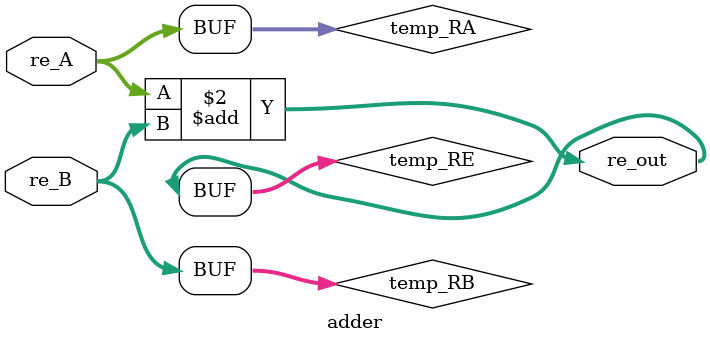
<source format=v>
/*	
   ===================================================================
   Module Name  : Real adder
      
   Filename     : realAdder.v
   Type         : Verilog Module
   
   Description  : 
                  real adder with buses for real parts.
                  Input    :  "DATA_WIDTH" length word in 2's complement representation.
                  Output   :  "DATA_WIDTH" length word in 2's complement representation.
                  
                  Designer must take care of overflow. 
                  We recommend to instantiate a "DATA WIDTH" length adder for "DATA WIDTH-1" length inputs.
                  
   -----------------------------------------------------------------------------
   Clocks      : -
   Reset       : -
   Parameters  :   
         NAME                         Comments                                            Default
         -------------------------------------------------------------------------------------------
         DATA_WIDTH              Number of data bits for inputs and outputs               22 
         -------------------------------------------------------------------------------------------
   Version     : 1.0
   Data        : 14 Nov 2018
   Revision    : -
   Reviser     : -		
   ------------------------------------------------------------------------------
      Modification Log "please register all the modifications in this area"
      (D/M/Y)  
      
   ----------------------
   // Instance template
   ----------------------
   realAdder
   #(
      .DATA_WIDTH    ()
   )
   "MODULE_NAME"
   (
       .re_A      (),
       .re_B      (),
       .re_out    ()
   );
*/


module adder
#(
   parameter DATA_WIDTH = 22)
(
    input  [DATA_WIDTH-1 : 0] re_A,
	 input  [DATA_WIDTH-1 : 0] re_B,
    output [DATA_WIDTH-1 : 0] re_out
);
	
	reg signed [DATA_WIDTH -1: 0] temp_RA;
	reg signed [DATA_WIDTH -1: 0] temp_RB;
	
	wire signed [DATA_WIDTH-1: 0] temp_RE;
	
	always@(re_A, re_B) begin
		temp_RA = re_A;
		temp_RB = re_B;
	end 
	
	assign temp_RE = temp_RA + temp_RB;
	
	assign re_out = temp_RE;
endmodule

</source>
